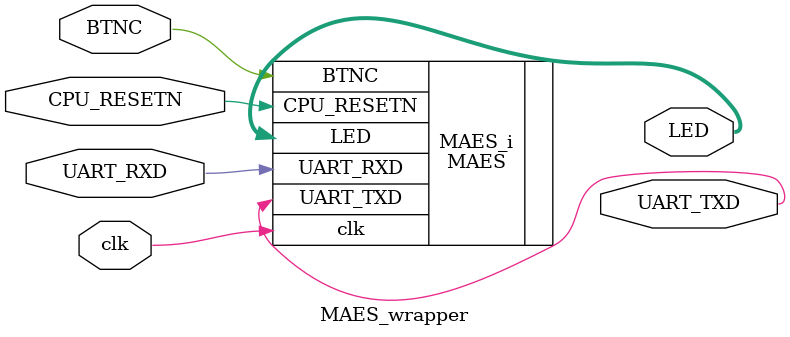
<source format=v>
`timescale 1 ps / 1 ps

module MAES_wrapper
   (BTNC,
    CPU_RESETN,
    LED,
    UART_RXD,
    UART_TXD,
    clk);
  input BTNC;
  input CPU_RESETN;
  output [2:0]LED;
  input UART_RXD;
  output UART_TXD;
  input clk;

  wire BTNC;
  wire CPU_RESETN;
  wire [2:0]LED;
  wire UART_RXD;
  wire UART_TXD;
  wire clk;

  MAES MAES_i
       (.BTNC(BTNC),
        .CPU_RESETN(CPU_RESETN),
        .LED(LED),
        .UART_RXD(UART_RXD),
        .UART_TXD(UART_TXD),
        .clk(clk));
endmodule

</source>
